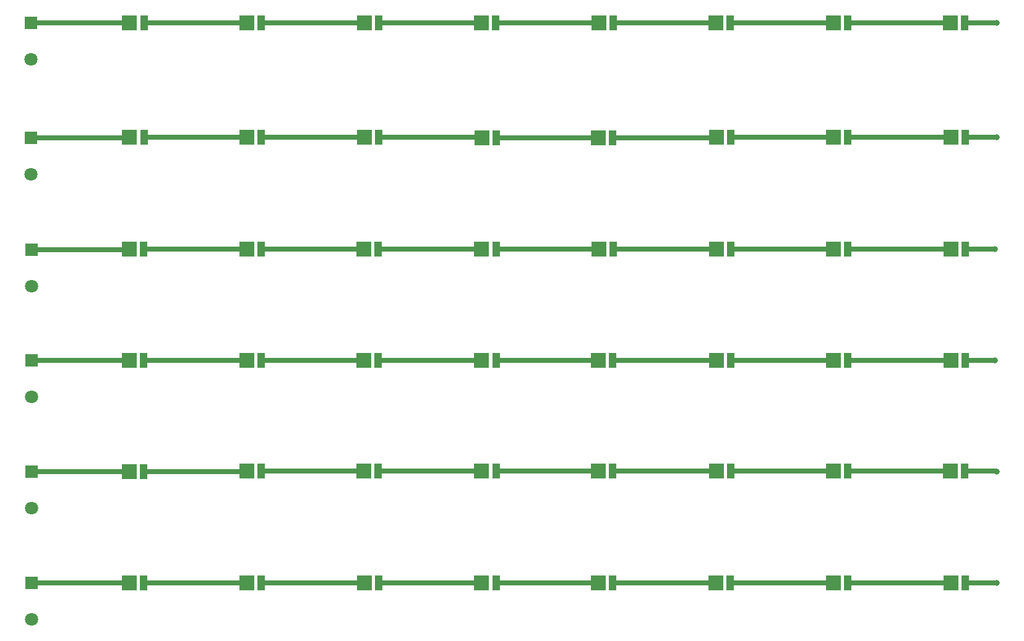
<source format=gbr>
%TF.GenerationSoftware,KiCad,Pcbnew,7.0.9*%
%TF.CreationDate,2023-12-10T21:52:56+01:00*%
%TF.ProjectId,Led Panel,4c656420-5061-46e6-956c-2e6b69636164,rev?*%
%TF.SameCoordinates,Original*%
%TF.FileFunction,Copper,L1,Top*%
%TF.FilePolarity,Positive*%
%FSLAX46Y46*%
G04 Gerber Fmt 4.6, Leading zero omitted, Abs format (unit mm)*
G04 Created by KiCad (PCBNEW 7.0.9) date 2023-12-10 21:52:56*
%MOMM*%
%LPD*%
G01*
G04 APERTURE LIST*
%TA.AperFunction,SMDPad,CuDef*%
%ADD10R,2.100000X2.100000*%
%TD*%
%TA.AperFunction,SMDPad,CuDef*%
%ADD11R,1.000000X2.100000*%
%TD*%
%TA.AperFunction,ComponentPad*%
%ADD12R,1.800000X1.800000*%
%TD*%
%TA.AperFunction,ComponentPad*%
%ADD13C,1.800000*%
%TD*%
%TA.AperFunction,ViaPad*%
%ADD14C,0.800000*%
%TD*%
%TA.AperFunction,Conductor*%
%ADD15C,0.700000*%
%TD*%
G04 APERTURE END LIST*
D10*
%TO.P,LED48,1,A*%
%TO.N,Net-(LED47-K)*%
X179200000Y-106700000D03*
D11*
%TO.P,LED48,2,K*%
%TO.N,LED_5 -*%
X181150000Y-106700000D03*
%TD*%
D10*
%TO.P,LED47,1,A*%
%TO.N,Net-(LED46-K)*%
X163100000Y-106700000D03*
D11*
%TO.P,LED47,2,K*%
%TO.N,Net-(LED47-K)*%
X165050000Y-106700000D03*
%TD*%
D10*
%TO.P,LED46,1,A*%
%TO.N,Net-(LED45-K)*%
X147000000Y-106700000D03*
D11*
%TO.P,LED46,2,K*%
%TO.N,Net-(LED46-K)*%
X148950000Y-106700000D03*
%TD*%
D10*
%TO.P,LED45,1,A*%
%TO.N,Net-(LED44-K)*%
X130950000Y-106700000D03*
D11*
%TO.P,LED45,2,K*%
%TO.N,Net-(LED45-K)*%
X132900000Y-106700000D03*
%TD*%
D10*
%TO.P,LED44,1,A*%
%TO.N,Net-(LED43-K)*%
X114975000Y-106700000D03*
D11*
%TO.P,LED44,2,K*%
%TO.N,Net-(LED44-K)*%
X116925000Y-106700000D03*
%TD*%
D10*
%TO.P,LED43,1,A*%
%TO.N,Net-(LED42-K)*%
X98900000Y-106700000D03*
D11*
%TO.P,LED43,2,K*%
%TO.N,Net-(LED43-K)*%
X100850000Y-106700000D03*
%TD*%
D10*
%TO.P,LED42,1,A*%
%TO.N,Net-(LED41-K)*%
X82875000Y-106700000D03*
D11*
%TO.P,LED42,2,K*%
%TO.N,Net-(LED42-K)*%
X84825000Y-106700000D03*
%TD*%
D10*
%TO.P,LED41,1,A*%
%TO.N,LED_5 +*%
X66775000Y-106680000D03*
D11*
%TO.P,LED41,2,K*%
%TO.N,Net-(LED41-K)*%
X68725000Y-106680000D03*
%TD*%
D10*
%TO.P,LED40,1,A*%
%TO.N,Net-(LED39-K)*%
X179150000Y-91400000D03*
D11*
%TO.P,LED40,2,K*%
%TO.N,LED_4 -*%
X181100000Y-91400000D03*
%TD*%
D10*
%TO.P,LED39,1,A*%
%TO.N,Net-(LED38-K)*%
X163100000Y-91400000D03*
D11*
%TO.P,LED39,2,K*%
%TO.N,Net-(LED39-K)*%
X165050000Y-91400000D03*
%TD*%
D10*
%TO.P,LED38,1,A*%
%TO.N,Net-(LED37-K)*%
X147075000Y-91400000D03*
D11*
%TO.P,LED38,2,K*%
%TO.N,Net-(LED38-K)*%
X149025000Y-91400000D03*
%TD*%
D10*
%TO.P,LED37,1,A*%
%TO.N,Net-(LED36-K)*%
X130975000Y-91400000D03*
D11*
%TO.P,LED37,2,K*%
%TO.N,Net-(LED37-K)*%
X132925000Y-91400000D03*
%TD*%
D10*
%TO.P,LED36,1,A*%
%TO.N,Net-(LED35-K)*%
X114975000Y-91400000D03*
D11*
%TO.P,LED36,2,K*%
%TO.N,Net-(LED36-K)*%
X116925000Y-91400000D03*
%TD*%
D10*
%TO.P,LED35,1,A*%
%TO.N,Net-(LED34-K)*%
X98875000Y-91400000D03*
D11*
%TO.P,LED35,2,K*%
%TO.N,Net-(LED35-K)*%
X100825000Y-91400000D03*
%TD*%
D10*
%TO.P,LED34,1,A*%
%TO.N,Net-(LED33-K)*%
X82850000Y-91400000D03*
D11*
%TO.P,LED34,2,K*%
%TO.N,Net-(LED34-K)*%
X84800000Y-91400000D03*
%TD*%
D10*
%TO.P,LED33,1,A*%
%TO.N,LED_4 +*%
X66775000Y-91440000D03*
D11*
%TO.P,LED33,2,K*%
%TO.N,Net-(LED33-K)*%
X68725000Y-91440000D03*
%TD*%
D10*
%TO.P,LED32,1,A*%
%TO.N,Net-(LED31-K)*%
X179175000Y-76200000D03*
D11*
%TO.P,LED32,2,K*%
%TO.N,LED_3 -*%
X181125000Y-76200000D03*
%TD*%
D10*
%TO.P,LED31,1,A*%
%TO.N,Net-(LED30-K)*%
X163075000Y-76200000D03*
D11*
%TO.P,LED31,2,K*%
%TO.N,Net-(LED31-K)*%
X165025000Y-76200000D03*
%TD*%
D10*
%TO.P,LED30,1,A*%
%TO.N,Net-(LED29-K)*%
X147075000Y-76200000D03*
D11*
%TO.P,LED30,2,K*%
%TO.N,Net-(LED30-K)*%
X149025000Y-76200000D03*
%TD*%
D10*
%TO.P,LED29,1,A*%
%TO.N,Net-(LED28-K)*%
X130975000Y-76200000D03*
D11*
%TO.P,LED29,2,K*%
%TO.N,Net-(LED29-K)*%
X132925000Y-76200000D03*
%TD*%
D10*
%TO.P,LED28,1,A*%
%TO.N,Net-(LED27-K)*%
X114975000Y-76200000D03*
D11*
%TO.P,LED28,2,K*%
%TO.N,Net-(LED28-K)*%
X116925000Y-76200000D03*
%TD*%
D10*
%TO.P,LED27,1,A*%
%TO.N,Net-(LED26-K)*%
X98875000Y-76200000D03*
D11*
%TO.P,LED27,2,K*%
%TO.N,Net-(LED27-K)*%
X100825000Y-76200000D03*
%TD*%
D10*
%TO.P,LED26,1,A*%
%TO.N,Net-(LED25-K)*%
X82875000Y-76200000D03*
D11*
%TO.P,LED26,2,K*%
%TO.N,Net-(LED26-K)*%
X84825000Y-76200000D03*
%TD*%
D10*
%TO.P,LED25,1,A*%
%TO.N,LED_3 +*%
X66775000Y-76200000D03*
D11*
%TO.P,LED25,2,K*%
%TO.N,Net-(LED25-K)*%
X68725000Y-76200000D03*
%TD*%
D10*
%TO.P,LED24,1,A*%
%TO.N,Net-(LED23-K)*%
X179200000Y-61000000D03*
D11*
%TO.P,LED24,2,K*%
%TO.N,LED_2 -*%
X181150000Y-61000000D03*
%TD*%
D10*
%TO.P,LED23,1,A*%
%TO.N,Net-(LED22-K)*%
X163075000Y-61000000D03*
D11*
%TO.P,LED23,2,K*%
%TO.N,Net-(LED23-K)*%
X165025000Y-61000000D03*
%TD*%
D10*
%TO.P,LED22,1,A*%
%TO.N,Net-(LED21-K)*%
X147100000Y-61000000D03*
D11*
%TO.P,LED22,2,K*%
%TO.N,Net-(LED22-K)*%
X149050000Y-61000000D03*
%TD*%
D10*
%TO.P,LED21,1,A*%
%TO.N,Net-(LED20-K)*%
X131000000Y-61000000D03*
D11*
%TO.P,LED21,2,K*%
%TO.N,Net-(LED21-K)*%
X132950000Y-61000000D03*
%TD*%
D10*
%TO.P,LED20,1,A*%
%TO.N,Net-(LED19-K)*%
X114975000Y-61000000D03*
D11*
%TO.P,LED20,2,K*%
%TO.N,Net-(LED20-K)*%
X116925000Y-61000000D03*
%TD*%
D10*
%TO.P,LED19,1,A*%
%TO.N,Net-(LED18-K)*%
X98875000Y-61000000D03*
D11*
%TO.P,LED19,2,K*%
%TO.N,Net-(LED19-K)*%
X100825000Y-61000000D03*
%TD*%
D10*
%TO.P,LED18,1,A*%
%TO.N,Net-(LED17-K)*%
X82875000Y-61000000D03*
D11*
%TO.P,LED18,2,K*%
%TO.N,Net-(LED18-K)*%
X84825000Y-61000000D03*
%TD*%
D10*
%TO.P,LED17,1,A*%
%TO.N,LED_2 +*%
X66775000Y-61000000D03*
D11*
%TO.P,LED17,2,K*%
%TO.N,Net-(LED17-K)*%
X68725000Y-61000000D03*
%TD*%
D10*
%TO.P,LED16,1,A*%
%TO.N,Net-(LED15-K)*%
X179200000Y-45700000D03*
D11*
%TO.P,LED16,2,K*%
%TO.N,LED_1 -*%
X181150000Y-45700000D03*
%TD*%
D10*
%TO.P,LED15,1,A*%
%TO.N,Net-(LED14-K)*%
X163100000Y-45700000D03*
D11*
%TO.P,LED15,2,K*%
%TO.N,Net-(LED15-K)*%
X165050000Y-45700000D03*
%TD*%
D10*
%TO.P,LED14,1,A*%
%TO.N,Net-(LED13-K)*%
X147075000Y-45700000D03*
D11*
%TO.P,LED14,2,K*%
%TO.N,Net-(LED14-K)*%
X149025000Y-45700000D03*
%TD*%
D10*
%TO.P,LED13,1,A*%
%TO.N,Net-(LED12-K)*%
X130975000Y-45720000D03*
D11*
%TO.P,LED13,2,K*%
%TO.N,Net-(LED13-K)*%
X132925000Y-45720000D03*
%TD*%
D10*
%TO.P,LED12,1,A*%
%TO.N,Net-(LED11-K)*%
X115000000Y-45720000D03*
D11*
%TO.P,LED12,2,K*%
%TO.N,Net-(LED12-K)*%
X116950000Y-45720000D03*
%TD*%
D10*
%TO.P,LED11,1,A*%
%TO.N,Net-(LED10-K)*%
X98900000Y-45700000D03*
D11*
%TO.P,LED11,2,K*%
%TO.N,Net-(LED11-K)*%
X100850000Y-45700000D03*
%TD*%
D10*
%TO.P,LED10,1,A*%
%TO.N,Net-(LED10-A)*%
X82875000Y-45700000D03*
D11*
%TO.P,LED10,2,K*%
%TO.N,Net-(LED10-K)*%
X84825000Y-45700000D03*
%TD*%
D10*
%TO.P,LED9,1,A*%
%TO.N,LED_1 +*%
X66800000Y-45700000D03*
D11*
%TO.P,LED9,2,K*%
%TO.N,Net-(LED10-A)*%
X68750000Y-45700000D03*
%TD*%
D10*
%TO.P,LED7,1,A*%
%TO.N,Net-(LED6-K)*%
X163100000Y-30000000D03*
D11*
%TO.P,LED7,2,K*%
%TO.N,Net-(LED7-K)*%
X165050000Y-30000000D03*
%TD*%
D10*
%TO.P,LED6,1,A*%
%TO.N,Net-(LED5-K)*%
X147050000Y-30000000D03*
D11*
%TO.P,LED6,2,K*%
%TO.N,Net-(LED6-K)*%
X149000000Y-30000000D03*
%TD*%
D10*
%TO.P,LED5,1,A*%
%TO.N,Net-(LED4-K)*%
X131000000Y-30000000D03*
D11*
%TO.P,LED5,2,K*%
%TO.N,Net-(LED5-K)*%
X132950000Y-30000000D03*
%TD*%
D10*
%TO.P,LED4,1,A*%
%TO.N,Net-(LED3-K)*%
X114950000Y-30000000D03*
D11*
%TO.P,LED4,2,K*%
%TO.N,Net-(LED4-K)*%
X116900000Y-30000000D03*
%TD*%
D10*
%TO.P,LED3,1,A*%
%TO.N,Net-(LED2-K)*%
X98900000Y-30000000D03*
D11*
%TO.P,LED3,2,K*%
%TO.N,Net-(LED3-K)*%
X100850000Y-30000000D03*
%TD*%
D10*
%TO.P,LED2,1,A*%
%TO.N,Net-(LED1-K)*%
X82850000Y-30000000D03*
D11*
%TO.P,LED2,2,K*%
%TO.N,Net-(LED2-K)*%
X84800000Y-30000000D03*
%TD*%
D10*
%TO.P,LED8,1,A*%
%TO.N,Net-(LED7-K)*%
X179150000Y-30000000D03*
D11*
%TO.P,LED8,2,K*%
%TO.N,LED_0 -*%
X181100000Y-30000000D03*
%TD*%
D12*
%TO.P,J6,1,1*%
%TO.N,LED_5 +*%
X53340000Y-106680000D03*
D13*
%TO.P,J6,2,2*%
%TO.N,LED_5 -*%
X53340000Y-111680000D03*
%TD*%
D12*
%TO.P,J5,1,1*%
%TO.N,LED_4 +*%
X53340000Y-91440000D03*
D13*
%TO.P,J5,2,2*%
%TO.N,LED_4 -*%
X53340000Y-96440000D03*
%TD*%
D12*
%TO.P,J4,1,1*%
%TO.N,LED_3 +*%
X53340000Y-76200000D03*
D13*
%TO.P,J4,2,2*%
%TO.N,LED_3 -*%
X53340000Y-81200000D03*
%TD*%
D12*
%TO.P,J3,1,1*%
%TO.N,LED_2 +*%
X53340000Y-61040000D03*
D13*
%TO.P,J3,2,2*%
%TO.N,LED_2 -*%
X53340000Y-66040000D03*
%TD*%
D12*
%TO.P,J2,1,1*%
%TO.N,LED_1 +*%
X53300000Y-45720000D03*
D13*
%TO.P,J2,2,2*%
%TO.N,LED_1 -*%
X53300000Y-50720000D03*
%TD*%
D12*
%TO.P,J1,1,1*%
%TO.N,LED_0 +*%
X53300000Y-30000000D03*
D13*
%TO.P,J1,2,2*%
%TO.N,LED_0 -*%
X53300000Y-35000000D03*
%TD*%
D10*
%TO.P,LED1,1,A*%
%TO.N,LED_0 +*%
X66800000Y-30000000D03*
D11*
%TO.P,LED1,2,K*%
%TO.N,Net-(LED1-K)*%
X68750000Y-30000000D03*
%TD*%
D14*
%TO.N,LED_0 -*%
X185448000Y-30000000D03*
%TO.N,LED_1 -*%
X185420000Y-45700000D03*
%TO.N,LED_2 -*%
X185206000Y-61000000D03*
%TO.N,LED_3 -*%
X185166000Y-76200000D03*
%TO.N,LED_4 -*%
X185420000Y-91440000D03*
%TO.N,LED_5 -*%
X185420000Y-106680000D03*
%TD*%
D15*
%TO.N,LED_0 +*%
X53300000Y-30000000D02*
X66800000Y-30000000D01*
%TO.N,LED_0 -*%
X185448000Y-30000000D02*
X181100000Y-30000000D01*
%TO.N,Net-(LED1-K)*%
X68750000Y-30000000D02*
X82850000Y-30000000D01*
%TO.N,Net-(LED2-K)*%
X84800000Y-30000000D02*
X98900000Y-30000000D01*
%TO.N,Net-(LED3-K)*%
X100850000Y-30000000D02*
X114950000Y-30000000D01*
%TO.N,Net-(LED4-K)*%
X116900000Y-30000000D02*
X131000000Y-30000000D01*
%TO.N,Net-(LED5-K)*%
X132950000Y-30000000D02*
X147050000Y-30000000D01*
%TO.N,Net-(LED6-K)*%
X149000000Y-30000000D02*
X163100000Y-30000000D01*
%TO.N,Net-(LED7-K)*%
X165050000Y-30000000D02*
X179150000Y-30000000D01*
%TO.N,LED_1 +*%
X66780000Y-45720000D02*
X66800000Y-45700000D01*
X53300000Y-45720000D02*
X66780000Y-45720000D01*
%TO.N,LED_1 -*%
X185420000Y-45700000D02*
X181150000Y-45700000D01*
%TO.N,LED_2 +*%
X66735000Y-61040000D02*
X66775000Y-61000000D01*
X53340000Y-61040000D02*
X66735000Y-61040000D01*
%TO.N,LED_2 -*%
X185206000Y-61000000D02*
X181150000Y-61000000D01*
%TO.N,LED_3 +*%
X53340000Y-76200000D02*
X66775000Y-76200000D01*
%TO.N,LED_3 -*%
X185166000Y-76200000D02*
X181125000Y-76200000D01*
%TO.N,LED_4 +*%
X53340000Y-91440000D02*
X66775000Y-91440000D01*
%TO.N,LED_4 -*%
X185420000Y-91440000D02*
X185380000Y-91400000D01*
X185380000Y-91400000D02*
X181100000Y-91400000D01*
%TO.N,LED_5 +*%
X53340000Y-106680000D02*
X66775000Y-106680000D01*
%TO.N,LED_5 -*%
X185420000Y-106680000D02*
X185400000Y-106700000D01*
X185400000Y-106700000D02*
X181150000Y-106700000D01*
%TO.N,Net-(LED10-A)*%
X68750000Y-45700000D02*
X82875000Y-45700000D01*
%TO.N,Net-(LED10-K)*%
X84825000Y-45700000D02*
X98900000Y-45700000D01*
%TO.N,Net-(LED11-K)*%
X114980000Y-45700000D02*
X115000000Y-45720000D01*
X100850000Y-45700000D02*
X114980000Y-45700000D01*
%TO.N,Net-(LED12-K)*%
X116950000Y-45720000D02*
X130975000Y-45720000D01*
%TO.N,Net-(LED13-K)*%
X147055000Y-45720000D02*
X147075000Y-45700000D01*
X132925000Y-45720000D02*
X147055000Y-45720000D01*
%TO.N,Net-(LED14-K)*%
X149025000Y-45700000D02*
X163100000Y-45700000D01*
%TO.N,Net-(LED15-K)*%
X165050000Y-45700000D02*
X179200000Y-45700000D01*
%TO.N,Net-(LED17-K)*%
X68725000Y-61000000D02*
X82875000Y-61000000D01*
%TO.N,Net-(LED18-K)*%
X84825000Y-61000000D02*
X98875000Y-61000000D01*
%TO.N,Net-(LED19-K)*%
X100825000Y-61000000D02*
X114975000Y-61000000D01*
%TO.N,Net-(LED20-K)*%
X116925000Y-61000000D02*
X131000000Y-61000000D01*
%TO.N,Net-(LED21-K)*%
X132950000Y-61000000D02*
X147100000Y-61000000D01*
%TO.N,Net-(LED22-K)*%
X149050000Y-61000000D02*
X163075000Y-61000000D01*
%TO.N,Net-(LED23-K)*%
X165025000Y-61000000D02*
X179200000Y-61000000D01*
%TO.N,Net-(LED25-K)*%
X68725000Y-76200000D02*
X82875000Y-76200000D01*
%TO.N,Net-(LED26-K)*%
X84825000Y-76200000D02*
X98875000Y-76200000D01*
%TO.N,Net-(LED27-K)*%
X100825000Y-76200000D02*
X114975000Y-76200000D01*
%TO.N,Net-(LED28-K)*%
X116925000Y-76200000D02*
X130975000Y-76200000D01*
%TO.N,Net-(LED29-K)*%
X132925000Y-76200000D02*
X147075000Y-76200000D01*
%TO.N,Net-(LED30-K)*%
X149025000Y-76200000D02*
X163075000Y-76200000D01*
%TO.N,Net-(LED31-K)*%
X165025000Y-76200000D02*
X179175000Y-76200000D01*
%TO.N,Net-(LED33-K)*%
X82810000Y-91440000D02*
X82850000Y-91400000D01*
X68725000Y-91440000D02*
X82810000Y-91440000D01*
%TO.N,Net-(LED34-K)*%
X84800000Y-91400000D02*
X98875000Y-91400000D01*
%TO.N,Net-(LED35-K)*%
X100825000Y-91400000D02*
X114975000Y-91400000D01*
%TO.N,Net-(LED36-K)*%
X116925000Y-91400000D02*
X130975000Y-91400000D01*
%TO.N,Net-(LED37-K)*%
X132925000Y-91400000D02*
X147075000Y-91400000D01*
%TO.N,Net-(LED38-K)*%
X149025000Y-91400000D02*
X163100000Y-91400000D01*
%TO.N,Net-(LED39-K)*%
X165050000Y-91400000D02*
X179150000Y-91400000D01*
%TO.N,Net-(LED41-K)*%
X68725000Y-106680000D02*
X82155000Y-106680000D01*
X82155000Y-106680000D02*
X82175000Y-106700000D01*
X82175000Y-106700000D02*
X82875000Y-106700000D01*
%TO.N,Net-(LED42-K)*%
X84825000Y-106700000D02*
X98900000Y-106700000D01*
%TO.N,Net-(LED43-K)*%
X100850000Y-106700000D02*
X114975000Y-106700000D01*
%TO.N,Net-(LED44-K)*%
X116925000Y-106700000D02*
X130950000Y-106700000D01*
%TO.N,Net-(LED45-K)*%
X132900000Y-106700000D02*
X147000000Y-106700000D01*
%TO.N,Net-(LED46-K)*%
X148950000Y-106700000D02*
X163100000Y-106700000D01*
%TO.N,Net-(LED47-K)*%
X165050000Y-106700000D02*
X179200000Y-106700000D01*
%TD*%
M02*

</source>
